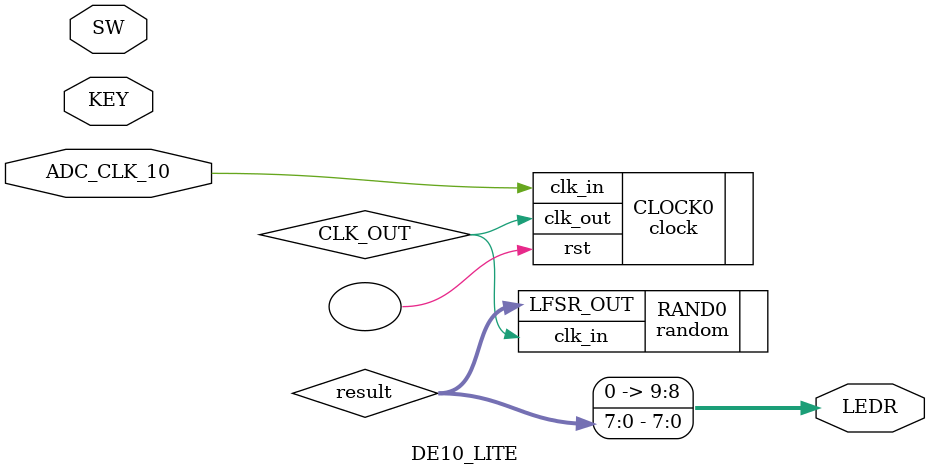
<source format=sv>
module DE10_LITE(

	//////////// CLOCK //////////
	input 		          		ADC_CLK_10,

	//////////// KEY //////////
	input 		     [1:0]		KEY,

	//////////// LED //////////
	output		     [9:0]		LEDR,

	//////////// SW //////////
	input 		     [9:0]		SW
);

logic CLK_OUT;
reg [7:0] result;

clock CLOCK0 (.clk_in(ADC_CLK_10), .rst(), .clk_out(CLK_OUT));
random RAND0(.clk_in(CLK_OUT), .LFSR_OUT(result));

assign LEDR = result;


endmodule

</source>
